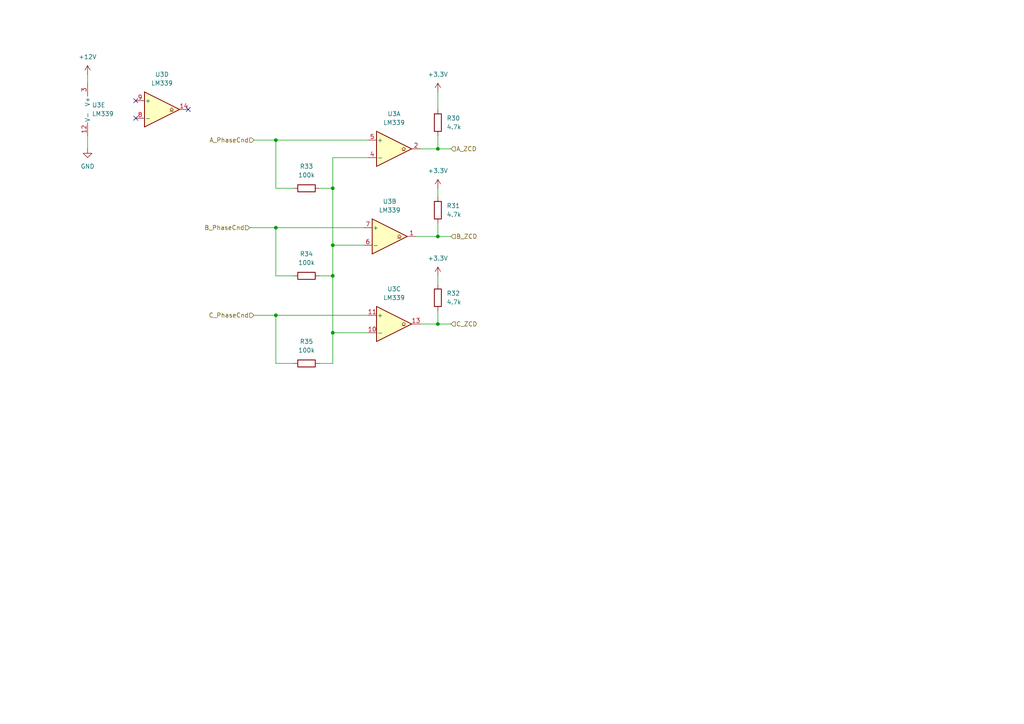
<source format=kicad_sch>
(kicad_sch (version 20250114) (generator "eeschema") (generator_version "9.0")
  (paper "A4")
  (lib_symbols
    (symbol "Comparator:LM339" (pin_names (offset 0.127))
      (property "Reference" "U" (at 0 5.08 0))
      (property "Value" "LM339" (at 0 -5.08 0))
      (symbol "LM339_1_1"
        (polyline (pts (xy -5.08 5.08) (xy 5.08 0) (xy -5.08 -5.08) (xy -5.08 5.08)) (stroke (width 0.254)) (fill (type background)))
        (polyline (pts (xy 3.302 -0.508) (xy 2.794 -0.508) (xy 3.302 0) (xy 2.794 0.508) (xy 2.286 0) (xy 2.794 -0.508) (xy 2.286 -0.508)) (stroke (width 0.127)))
        (pin input line (at -7.62 2.54 0) (length 2.54) (name "+") (number "5"))
        (pin input line (at -7.62 -2.54 0) (length 2.54) (name "-") (number "4"))
        (pin open_collector line (at 7.62 0 180) (length 2.54) (name "~") (number "2"))
      )
      (symbol "LM339_2_1"
        (polyline (pts (xy -5.08 5.08) (xy 5.08 0) (xy -5.08 -5.08) (xy -5.08 5.08)) (stroke (width 0.254)) (fill (type background)))
        (polyline (pts (xy 3.302 -0.508) (xy 2.794 -0.508) (xy 3.302 0) (xy 2.794 0.508) (xy 2.286 0) (xy 2.794 -0.508) (xy 2.286 -0.508)) (stroke (width 0.127)))
        (pin input line (at -7.62 2.54 0) (length 2.54) (name "+") (number "7"))
        (pin input line (at -7.62 -2.54 0) (length 2.54) (name "-") (number "6"))
        (pin open_collector line (at 7.62 0 180) (length 2.54) (name "~") (number "1"))
      )
      (symbol "LM339_3_1"
        (polyline (pts (xy -5.08 5.08) (xy 5.08 0) (xy -5.08 -5.08) (xy -5.08 5.08)) (stroke (width 0.254)) (fill (type background)))
        (polyline (pts (xy 3.302 -0.508) (xy 2.794 -0.508) (xy 3.302 0) (xy 2.794 0.508) (xy 2.286 0) (xy 2.794 -0.508) (xy 2.286 -0.508)) (stroke (width 0.127)))
        (pin input line (at -7.62 2.54 0) (length 2.54) (name "+") (number "11"))
        (pin input line (at -7.62 -2.54 0) (length 2.54) (name "-") (number "10"))
        (pin open_collector line (at 7.62 0 180) (length 2.54) (name "~") (number "13"))
      )
      (symbol "LM339_4_1"
        (polyline (pts (xy -5.08 5.08) (xy 5.08 0) (xy -5.08 -5.08) (xy -5.08 5.08)) (stroke (width 0.254)) (fill (type background)))
        (polyline (pts (xy 3.302 -0.508) (xy 2.794 -0.508) (xy 3.302 0) (xy 2.794 0.508) (xy 2.286 0) (xy 2.794 -0.508) (xy 2.286 -0.508)) (stroke (width 0.127)))
        (pin input line (at -7.62 2.54 0) (length 2.54) (name "+") (number "9"))
        (pin input line (at -7.62 -2.54 0) (length 2.54) (name "-") (number "8"))
        (pin open_collector line (at 7.62 0 180) (length 2.54) (name "~") (number "14"))
      )
      (symbol "LM339_5_1"
        (pin power_in line (at -2.54 7.62 270) (length 3.81) (name "V+") (number "3"))
        (pin power_in line (at -2.54 -7.62 90) (length 3.81) (name "V-") (number "12"))
      )
    )
    (symbol "Device:R" (pin_numbers (hide yes)) (pin_names (offset 0))
      (property "Reference" "R" (at 2.032 0 90))
      (property "Value" "R" (at 0 0 90))
      (symbol "R_0_1"
        (rectangle (start -1.016 -2.54) (end 1.016 2.54) (stroke (width 0.254)))
      )
      (symbol "R_1_1"
        (pin passive line (at 0 3.81 270) (length 1.27) (name "~") (number "1"))
        (pin passive line (at 0 -3.81 90) (length 1.27) (name "~") (number "2"))
      )
    )
    (symbol "power:+12V" (power) (pin_numbers (hide yes)) (pin_names (offset 0) (hide yes))
      (property "Value" "+12V" (at 0 3.556 0))
      (symbol "+12V_0_1"
        (polyline (pts (xy -0.762 1.27) (xy 0 2.54)))
        (polyline (pts (xy 0 2.54) (xy 0.762 1.27)))
        (polyline (pts (xy 0 0) (xy 0 2.54)))
      )
      (symbol "+12V_1_1"
        (pin power_in line (at 0 0 90) (length 0) (name "~") (number "1"))
      )
    )
    (symbol "power:+3.3V" (power) (pin_numbers (hide yes)) (pin_names (offset 0) (hide yes))
      (property "Value" "+3.3V" (at 0 3.556 0))
      (symbol "+3.3V_0_1"
        (polyline (pts (xy -0.762 1.27) (xy 0 2.54)))
        (polyline (pts (xy 0 2.54) (xy 0.762 1.27)))
        (polyline (pts (xy 0 0) (xy 0 2.54)))
      )
      (symbol "+3.3V_1_1"
        (pin power_in line (at 0 0 90) (length 0) (name "~") (number "1"))
      )
    )
    (symbol "power:GND" (power) (pin_numbers (hide yes)) (pin_names (offset 0) (hide yes))
      (property "Value" "GND" (at 0 -3.81 0))
      (symbol "GND_0_1"
        (polyline (pts (xy 0 0) (xy 0 -1.27) (xy 1.27 -1.27) (xy 0 -2.54) (xy -1.27 -1.27) (xy 0 -1.27)))
      )
      (symbol "GND_1_1"
        (pin power_in line (at 0 0 270) (length 0) (name "~") (number "1"))
      )
    )
  )
  (junction (at 80.01 40.64))
  (junction (at 127 43.18))
  (junction (at 96.52 96.52))
  (junction (at 80.01 91.44))
  (junction (at 96.52 71.12))
  (junction (at 127 93.98))
  (junction (at 96.52 80.01))
  (junction (at 127 68.58))
  (junction (at 80.01 66.04))
  (junction (at 96.52 54.61))
  (no_connect (at 39.37 34.29))
  (no_connect (at 39.37 29.21))
  (no_connect (at 54.61 31.75))
  (wire (pts (xy 96.52 96.52) (xy 106.68 96.52)))
  (wire (pts (xy 121.92 93.98) (xy 127 93.98)))
  (wire (pts (xy 80.01 80.01) (xy 85.09 80.01)))
  (wire (pts (xy 106.68 45.72) (xy 96.52 45.72)))
  (wire (pts (xy 80.01 66.04) (xy 80.01 80.01)))
  (wire (pts (xy 96.52 80.01) (xy 96.52 96.52)))
  (wire (pts (xy 96.52 45.72) (xy 96.52 54.61)))
  (wire (pts (xy 127 43.18) (xy 121.92 43.18)))
  (wire (pts (xy 92.71 105.41) (xy 96.52 105.41)))
  (wire (pts (xy 80.01 66.04) (xy 105.41 66.04)))
  (wire (pts (xy 96.52 96.52) (xy 96.52 105.41)))
  (wire (pts (xy 25.4 39.37) (xy 25.4 43.18)))
  (wire (pts (xy 127 39.37) (xy 127 43.18)))
  (wire (pts (xy 127 43.18) (xy 130.81 43.18)))
  (wire (pts (xy 80.01 91.44) (xy 80.01 105.41)))
  (wire (pts (xy 80.01 40.64) (xy 106.68 40.64)))
  (wire (pts (xy 127 68.58) (xy 130.81 68.58)))
  (wire (pts (xy 92.71 54.61) (xy 96.52 54.61)))
  (wire (pts (xy 73.66 40.64) (xy 80.01 40.64)))
  (wire (pts (xy 127 80.01) (xy 127 82.55)))
  (wire (pts (xy 80.01 54.61) (xy 85.09 54.61)))
  (wire (pts (xy 96.52 71.12) (xy 96.52 80.01)))
  (wire (pts (xy 105.41 71.12) (xy 96.52 71.12)))
  (wire (pts (xy 72.39 66.04) (xy 80.01 66.04)))
  (wire (pts (xy 120.65 68.58) (xy 127 68.58)))
  (wire (pts (xy 92.71 80.01) (xy 96.52 80.01)))
  (wire (pts (xy 80.01 91.44) (xy 106.68 91.44)))
  (wire (pts (xy 127 90.17) (xy 127 93.98)))
  (wire (pts (xy 127 54.61) (xy 127 57.15)))
  (wire (pts (xy 80.01 40.64) (xy 80.01 54.61)))
  (wire (pts (xy 73.66 91.44) (xy 80.01 91.44)))
  (wire (pts (xy 96.52 54.61) (xy 96.52 71.12)))
  (wire (pts (xy 127 64.77) (xy 127 68.58)))
  (wire (pts (xy 25.4 21.59) (xy 25.4 24.13)))
  (wire (pts (xy 85.09 105.41) (xy 80.01 105.41)))
  (wire (pts (xy 127 26.67) (xy 127 31.75)))
  (wire (pts (xy 127 93.98) (xy 130.81 93.98)))
  (hierarchical_label "C_ZCD" (shape input) (at 130.81 93.98 0))
  (hierarchical_label "C_PhaseCnd" (shape input) (at 73.66 91.44 180))
  (hierarchical_label "B_ZCD" (shape input) (at 130.81 68.58 0))
  (hierarchical_label "A_PhaseCnd" (shape input) (at 73.66 40.64 180))
  (hierarchical_label "B_PhaseCnd" (shape input) (at 72.39 66.04 180))
  (hierarchical_label "A_ZCD" (shape input) (at 130.81 43.18 0))
  (symbol (lib_id "Device:R") (at 127 86.36 0) (unit 1)
    (property "Reference" "R32" (at 129.54 85.0899 0) (effects (justify left)))
    (property "Value" "4.7k" (at 129.54 87.6299 0) (effects (justify left)))
    (property "Footprint" "Resistor_SMD:R_1206_3216Metric" (effects (hide yes)))
    (property "Description" "Resistor" (effects (hide yes)))
  )
  (symbol (lib_id "Device:R") (at 88.9 54.61 270) (unit 1)
    (property "Reference" "R33" (at 88.9 48.26 90))
    (property "Value" "100k" (at 88.9 50.8 90))
    (property "Footprint" "Resistor_SMD:R_1206_3216Metric" (effects (hide yes)))
    (property "Description" "Resistor" (effects (hide yes)))
  )
  (symbol (lib_id "Comparator:LM339") (at 113.03 68.58 0) (unit 2)
    (property "Reference" "U3" (at 113.03 58.42 0))
    (property "Value" "LM339" (at 113.03 60.96 0))
    (property "Footprint" "Package_SO:SOIC-14_3.9x8.7mm_P1.27mm" (effects (hide yes)))
    (property "Datasheet" "https://www.st.com/resource/en/datasheet/lm139.pdf" (effects (hide yes)))
    (property "Description" "Quad Differential Comparators, SOIC-14/TSSOP-14" (effects (hide yes)))
  )
  (symbol (lib_id "Comparator:LM339") (at 27.94 31.75 0) (unit 5)
    (property "Reference" "U3" (at 26.67 30.4799 0) (effects (justify left)))
    (property "Value" "LM339" (at 26.67 33.0199 0) (effects (justify left)))
    (property "Footprint" "Package_SO:SOIC-14_3.9x8.7mm_P1.27mm" (effects (hide yes)))
    (property "Datasheet" "https://www.st.com/resource/en/datasheet/lm139.pdf" (effects (hide yes)))
    (property "Description" "Quad Differential Comparators, SOIC-14/TSSOP-14" (effects (hide yes)))
  )
  (symbol (lib_id "Device:R") (at 127 35.56 0) (unit 1)
    (property "Reference" "R30" (at 129.54 34.2899 0) (effects (justify left)))
    (property "Value" "4.7k" (at 129.54 36.8299 0) (effects (justify left)))
    (property "Footprint" "Resistor_SMD:R_1206_3216Metric" (effects (hide yes)))
    (property "Description" "Resistor" (effects (hide yes)))
  )
  (symbol (lib_id "power:+3.3V") (at 127 80.01 0) (unit 1)
    (property "Reference" "#PWR073" (effects (hide yes)))
    (property "Value" "+3.3V" (at 127 74.93 0))
    (property "Description" "Power symbol creates a global label with name \"+3.3V\"" (effects (hide yes)))
  )
  (symbol (lib_id "power:+3.3V") (at 127 26.67 0) (unit 1)
    (property "Reference" "#PWR072" (effects (hide yes)))
    (property "Value" "+3.3V" (at 127 21.59 0))
    (property "Description" "Power symbol creates a global label with name \"+3.3V\"" (effects (hide yes)))
  )
  (symbol (lib_id "Device:R") (at 88.9 80.01 270) (unit 1)
    (property "Reference" "R34" (at 88.9 73.66 90))
    (property "Value" "100k" (at 88.9 76.2 90))
    (property "Footprint" "Resistor_SMD:R_1206_3216Metric" (effects (hide yes)))
    (property "Description" "Resistor" (effects (hide yes)))
  )
  (symbol (lib_id "Comparator:LM339") (at 114.3 93.98 0) (unit 3)
    (property "Reference" "U3" (at 114.3 83.82 0))
    (property "Value" "LM339" (at 114.3 86.36 0))
    (property "Footprint" "Package_SO:SOIC-14_3.9x8.7mm_P1.27mm" (effects (hide yes)))
    (property "Datasheet" "https://www.st.com/resource/en/datasheet/lm139.pdf" (effects (hide yes)))
    (property "Description" "Quad Differential Comparators, SOIC-14/TSSOP-14" (effects (hide yes)))
  )
  (symbol (lib_id "power:GND") (at 25.4 43.18 0) (mirror y) (unit 1)
    (property "Reference" "#PWR069" (effects (hide yes)))
    (property "Value" "GND" (at 25.4 48.26 0))
    (property "Description" "Power symbol creates a global label with name \"GND\" , ground" (effects (hide yes)))
  )
  (symbol (lib_id "Device:R") (at 127 60.96 0) (unit 1)
    (property "Reference" "R31" (at 129.54 59.6899 0) (effects (justify left)))
    (property "Value" "4.7k" (at 129.54 62.2299 0) (effects (justify left)))
    (property "Footprint" "Resistor_SMD:R_1206_3216Metric" (effects (hide yes)))
    (property "Description" "Resistor" (effects (hide yes)))
  )
  (symbol (lib_id "Device:R") (at 88.9 105.41 270) (unit 1)
    (property "Reference" "R35" (at 88.9 99.06 90))
    (property "Value" "100k" (at 88.9 101.6 90))
    (property "Footprint" "Resistor_SMD:R_1206_3216Metric" (effects (hide yes)))
    (property "Description" "Resistor" (effects (hide yes)))
  )
  (symbol (lib_id "power:+12V") (at 25.4 21.59 0) (unit 1)
    (property "Reference" "#PWR070" (effects (hide yes)))
    (property "Value" "+12V" (at 25.4 16.51 0))
    (property "Description" "Power symbol creates a global label with name \"+12V\"" (effects (hide yes)))
  )
  (symbol (lib_id "Comparator:LM339") (at 46.99 31.75 0) (unit 4)
    (property "Reference" "U3" (at 46.99 21.59 0))
    (property "Value" "LM339" (at 46.99 24.13 0))
    (property "Footprint" "Package_SO:SOIC-14_3.9x8.7mm_P1.27mm" (effects (hide yes)))
    (property "Datasheet" "https://www.st.com/resource/en/datasheet/lm139.pdf" (effects (hide yes)))
    (property "Description" "Quad Differential Comparators, SOIC-14/TSSOP-14" (effects (hide yes)))
  )
  (symbol (lib_id "power:+3.3V") (at 127 54.61 0) (unit 1)
    (property "Reference" "#PWR071" (effects (hide yes)))
    (property "Value" "+3.3V" (at 127 49.53 0))
    (property "Description" "Power symbol creates a global label with name \"+3.3V\"" (effects (hide yes)))
  )
  (symbol (lib_id "Comparator:LM339") (at 114.3 43.18 0) (unit 1)
    (property "Reference" "U3" (at 114.3 33.02 0))
    (property "Value" "LM339" (at 114.3 35.56 0))
    (property "Footprint" "Package_SO:SOIC-14_3.9x8.7mm_P1.27mm" (effects (hide yes)))
    (property "Datasheet" "https://www.st.com/resource/en/datasheet/lm139.pdf" (effects (hide yes)))
    (property "Description" "Quad Differential Comparators, SOIC-14/TSSOP-14" (effects (hide yes)))
  )
)
</source>
